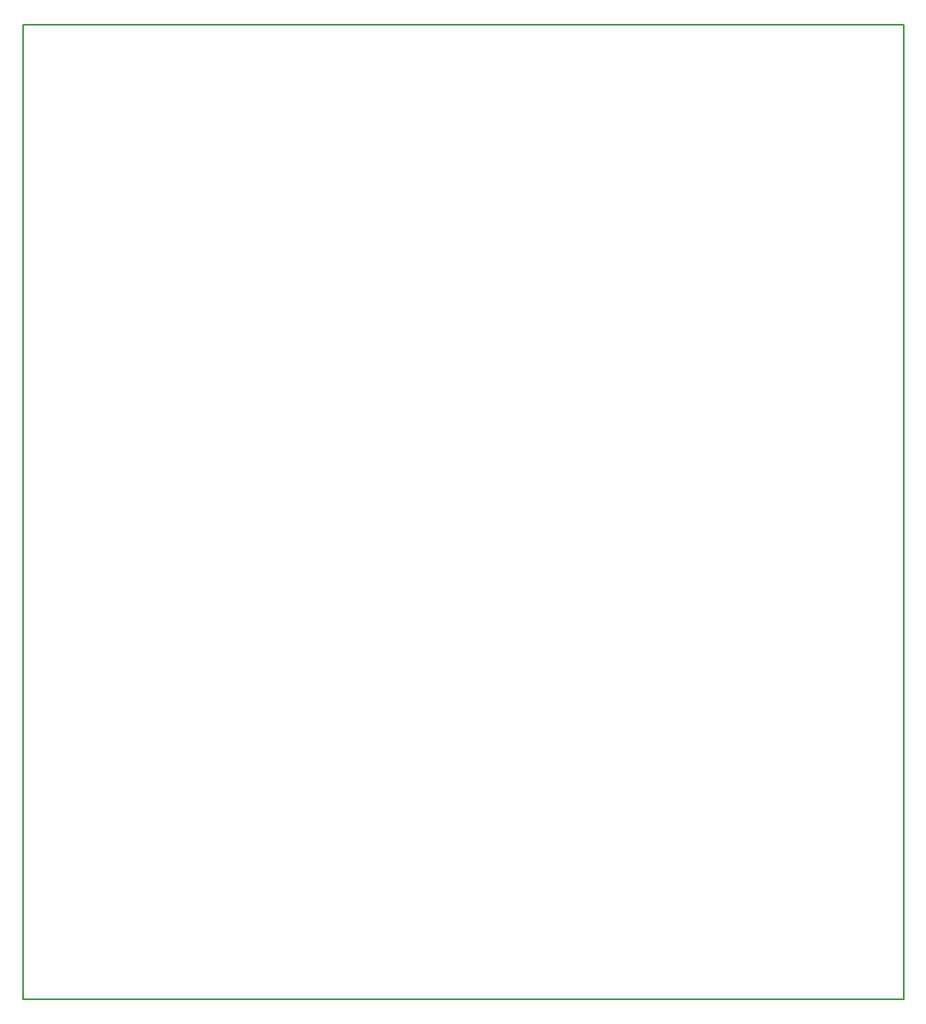
<source format=gm1>
G04 #@! TF.FileFunction,Profile,NP*
%FSLAX46Y46*%
G04 Gerber Fmt 4.6, Leading zero omitted, Abs format (unit mm)*
G04 Created by KiCad (PCBNEW 4.0.5) date 03/17/17 16:41:40*
%MOMM*%
%LPD*%
G01*
G04 APERTURE LIST*
%ADD10C,0.100000*%
%ADD11C,0.150000*%
G04 APERTURE END LIST*
D10*
D11*
X200700000Y-42000000D02*
X110200000Y-42000000D01*
X200700000Y-142000000D02*
X200700000Y-42000000D01*
X110200000Y-142000000D02*
X200700000Y-142000000D01*
X110200000Y-70000000D02*
X110200000Y-92000000D01*
X110200000Y-92000000D02*
X110200000Y-70000000D01*
X110200000Y-64000000D02*
X110200000Y-42000000D01*
X110200000Y-42000000D02*
X119700000Y-42000000D01*
X110200000Y-42000000D02*
X110200000Y-64000000D01*
X119700000Y-42000000D02*
X110200000Y-42000000D01*
X150700000Y-42000000D02*
X160200000Y-42000000D01*
X160200000Y-42000000D02*
X150700000Y-42000000D01*
X110200000Y-92000000D02*
X110200000Y-42000000D01*
X110200000Y-42000000D02*
X160200000Y-42000000D01*
X146700000Y-42000000D02*
X137200000Y-42000000D01*
X137200000Y-42000000D02*
X146700000Y-42000000D01*
X123700000Y-42000000D02*
X133200000Y-42000000D01*
X133200000Y-42000000D02*
X123700000Y-42000000D01*
X187200000Y-42000000D02*
X177700000Y-42000000D01*
X177700000Y-42000000D02*
X187200000Y-42000000D01*
X191200000Y-42000000D02*
X200700000Y-42000000D01*
X200700000Y-42000000D02*
X191200000Y-42000000D01*
X173700000Y-42000000D02*
X164200000Y-42000000D01*
X164200000Y-42000000D02*
X173700000Y-42000000D01*
X110200000Y-42000000D02*
X181200000Y-42000000D01*
X110200000Y-142000000D02*
X110200000Y-42000000D01*
X164200000Y-142000000D02*
X172200000Y-142000000D01*
X164200000Y-142000000D02*
X173200000Y-142000000D01*
X164200000Y-142000000D02*
X173700000Y-142000000D01*
X173700000Y-142000000D02*
X164200000Y-142000000D01*
X200700000Y-142000000D02*
X191200000Y-142000000D01*
X191200000Y-142000000D02*
X200700000Y-142000000D01*
X191200000Y-142000000D02*
X200200000Y-142000000D01*
X191200000Y-142000000D02*
X199200000Y-142000000D01*
X177700000Y-142000000D02*
X185700000Y-142000000D01*
X177700000Y-142000000D02*
X186700000Y-142000000D01*
X177700000Y-142000000D02*
X187200000Y-142000000D01*
X187200000Y-142000000D02*
X177700000Y-142000000D01*
X133200000Y-142000000D02*
X123700000Y-142000000D01*
X123700000Y-142000000D02*
X133200000Y-142000000D01*
X123700000Y-142000000D02*
X132700000Y-142000000D01*
X123700000Y-142000000D02*
X131700000Y-142000000D01*
X137200000Y-142000000D02*
X145200000Y-142000000D01*
X137200000Y-142000000D02*
X146200000Y-142000000D01*
X137200000Y-142000000D02*
X146700000Y-142000000D01*
X146700000Y-142000000D02*
X137200000Y-142000000D01*
X160200000Y-142000000D02*
X150700000Y-142000000D01*
X150700000Y-142000000D02*
X160200000Y-142000000D01*
X150700000Y-142000000D02*
X159700000Y-142000000D01*
X110200000Y-94000000D02*
X110200000Y-116000000D01*
X110200000Y-116000000D02*
X110200000Y-94000000D01*
X110200000Y-142000000D02*
X110200000Y-120000000D01*
X119700000Y-142000000D02*
X110200000Y-142000000D01*
X110200000Y-120000000D02*
X110200000Y-142000000D01*
X110200000Y-142000000D02*
X119700000Y-142000000D01*
X110200000Y-142000000D02*
X119200000Y-142000000D01*
X110200000Y-142000000D02*
X118200000Y-142000000D01*
M02*

</source>
